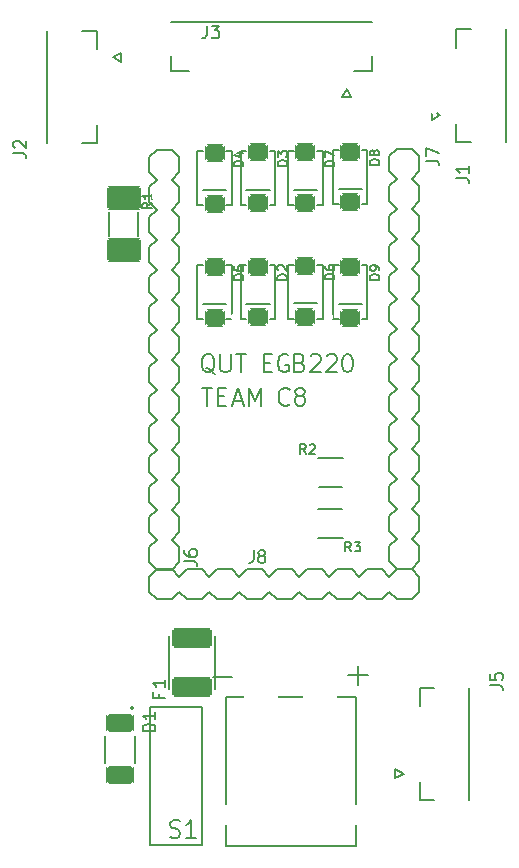
<source format=gbr>
G04 --- HEADER BEGIN --- *
G04 #@! TF.GenerationSoftware,LibrePCB,LibrePCB,1.1.0*
G04 #@! TF.CreationDate,2024-04-23T21:01:02*
G04 #@! TF.ProjectId,motherboard (Version 1),d5d7f40e-06e5-483f-b774-8957b2c1e08f,version_2*
G04 #@! TF.Part,Single*
G04 #@! TF.SameCoordinates*
G04 #@! TF.FileFunction,Legend,Top*
G04 #@! TF.FilePolarity,Positive*
%FSLAX66Y66*%
%MOMM*%
G01*
G75*
G04 --- HEADER END --- *
G04 --- APERTURE LIST BEGIN --- *
%ADD10C,0.2032*%
%ADD11C,0.1524*%
%ADD12C,0.127*%
%ADD13C,0.2*%
%ADD14C,0.15*%
%ADD15C,0.1905*%
%ADD16C,0.1778*%
%ADD17C,2.0828*%
%AMROUNDEDRECT18*20,1,1.4732,-0.735,0.0,0.735,0.0,0.0*20,1,1.27,-0.8366,0.0,0.8366,0.0,0.0*1,1,0.2032,-0.735,0.635*1,1,0.2032,0.735,0.635*1,1,0.2032,0.735,-0.635*1,1,0.2032,-0.735,-0.635*%
%ADD18ROUNDEDRECT18*%
%AMROUNDEDRECT19*20,1,2.0032,-1.35,0.0,1.35,0.0,90.0*20,1,1.8,-1.4516,0.0,1.4516,0.0,90.0*1,1,0.2032,-0.9,-1.35*1,1,0.2032,-0.9,1.35*1,1,0.2032,0.9,1.35*1,1,0.2032,0.9,-1.35*%
%ADD19ROUNDEDRECT19*%
%AMROUNDEDRECT20*20,1,1.7032,-1.6,0.0,1.6,0.0,0.0*20,1,1.5,-1.7016,0.0,1.7016,0.0,0.0*1,1,0.2032,-1.6,0.75*1,1,0.2032,1.6,0.75*1,1,0.2032,1.6,-0.75*1,1,0.2032,-1.6,-0.75*%
%ADD20ROUNDEDRECT20*%
%ADD21C,0.01*%
%ADD22C,1.7112*%
%ADD23C,2.8282*%
%AMROUNDEDRECT24*20,1,1.6032,-1.05,0.0,1.05,0.0,0.0*20,1,1.4,-1.1516,0.0,1.1516,0.0,0.0*1,1,0.2032,-1.05,0.7*1,1,0.2032,1.05,0.7*1,1,0.2032,1.05,-0.7*1,1,0.2032,-1.05,-0.7*%
%ADD24ROUNDEDRECT24*%
%AMROUNDEDRECT25*20,1,2.0032,-1.35,0.0,1.35,0.0,0.0*20,1,1.8,-1.4516,0.0,1.4516,0.0,0.0*1,1,0.2032,-1.35,0.9*1,1,0.2032,1.35,0.9*1,1,0.2032,1.35,-0.9*1,1,0.2032,-1.35,-0.9*%
%ADD25ROUNDEDRECT25*%
%ADD26C,0.5532*%
%ADD27C,0.7032*%
%ADD28C,1.2032*%
G04 --- APERTURE LIST END --- *
G04 --- BOARD BEGIN --- *
D10*
G04 #@! TO.C,J6*
X13065000Y64390000D02*
X14335000Y64390000D01*
X14970000Y63755000D01*
X14970000Y62485000D01*
X14335000Y61850000D01*
X14970000Y61215000D01*
X14970000Y59945000D01*
X14335000Y59310000D01*
X14970000Y58675000D01*
X14970000Y57405000D01*
X14335000Y56770000D01*
X14970000Y56135000D01*
X14970000Y54865000D01*
X14335000Y54230000D01*
X14970000Y53595000D01*
X14970000Y52325000D01*
X14335000Y51690000D01*
X14970000Y51055000D01*
X14970000Y49785000D01*
X14335000Y49150000D01*
X14970000Y48515000D01*
X14970000Y47245000D01*
X14335000Y46610000D01*
X14970000Y45975000D01*
X14970000Y44705000D01*
X14335000Y44070000D01*
X14970000Y43435000D01*
X14970000Y42165000D01*
X14335000Y41530000D01*
X14970000Y40895000D01*
X14970000Y39625000D01*
X14335000Y38990000D01*
X14970000Y38355000D01*
X14970000Y37085000D01*
X14335000Y36450000D01*
X14970000Y35815000D01*
X14970000Y34545000D01*
X14335000Y33910000D01*
X14970000Y33275000D01*
X14970000Y32005000D01*
X14335000Y31370000D01*
X14970000Y30735000D01*
X14970000Y29465000D01*
X14335000Y28830000D01*
X13065000Y28830000D01*
X12430000Y29465000D01*
X12430000Y30735000D01*
X13065000Y31370000D01*
X12430000Y32005000D01*
X12430000Y33275000D01*
X13065000Y33910000D01*
X12430000Y34545000D01*
X12430000Y35815000D01*
X13065000Y36450000D01*
X12430000Y37085000D01*
X12430000Y38355000D01*
X13065000Y38990000D01*
X12430000Y39625000D01*
X12430000Y40895000D01*
X13065000Y41530000D01*
X12430000Y42165000D01*
X12430000Y43435000D01*
X13065000Y44070000D01*
X12430000Y44705000D01*
X12430000Y45975000D01*
X13065000Y46610000D01*
X12430000Y47245000D01*
X12430000Y48515000D01*
X13065000Y49150000D01*
X12430000Y49785000D01*
X12430000Y51055000D01*
X13065000Y51690000D01*
X12430000Y52325000D01*
X12430000Y53595000D01*
X13065000Y54230000D01*
X12430000Y54865000D01*
X12430000Y56135000D01*
X13065000Y56770000D01*
X12430000Y57405000D01*
X12430000Y58675000D01*
X13065000Y59310000D01*
X12430000Y59945000D01*
X12430000Y61215000D01*
X13065000Y61850000D01*
X12430000Y62485000D01*
X12430000Y63755000D01*
X13065000Y64390000D01*
G04 #@! TO.C,D7*
X26640000Y64310000D02*
X27090000Y64310000D01*
X27090000Y59710000D01*
X26640000Y59710000D01*
X24640000Y59710000D02*
X24190000Y59710000D01*
X24190000Y64310000D01*
X24640000Y64310000D01*
X26640000Y61010000D02*
X24640000Y61010000D01*
G04 #@! TO.C,D2*
X22620000Y54640000D02*
X23070000Y54640000D01*
X23070000Y50040000D01*
X22620000Y50040000D01*
X20620000Y50040000D02*
X20170000Y50040000D01*
X20170000Y54640000D01*
X20620000Y54640000D01*
X22620000Y51340000D02*
X20620000Y51340000D01*
D11*
G04 #@! TO.C,R3*
X28752000Y33995000D02*
X26734000Y33995000D01*
X28777000Y31505000D02*
X26723000Y31505000D01*
D12*
G04 #@! TO.C,F1*
X17953500Y18685000D02*
X17953500Y23235000D01*
X14126500Y23235000D02*
X14126500Y18685000D01*
D10*
G04 #@! TO.C,J7*
X34635000Y28910000D02*
X33365000Y28910000D01*
X32730000Y29545000D01*
X32730000Y30815000D01*
X33365000Y31450000D01*
X32730000Y32085000D01*
X32730000Y33355000D01*
X33365000Y33990000D01*
X32730000Y34625000D01*
X32730000Y35895000D01*
X33365000Y36530000D01*
X32730000Y37165000D01*
X32730000Y38435000D01*
X33365000Y39070000D01*
X32730000Y39705000D01*
X32730000Y40975000D01*
X33365000Y41610000D01*
X32730000Y42245000D01*
X32730000Y43515000D01*
X33365000Y44150000D01*
X32730000Y44785000D01*
X32730000Y46055000D01*
X33365000Y46690000D01*
X32730000Y47325000D01*
X32730000Y48595000D01*
X33365000Y49230000D01*
X32730000Y49865000D01*
X32730000Y51135000D01*
X33365000Y51770000D01*
X32730000Y52405000D01*
X32730000Y53675000D01*
X33365000Y54310000D01*
X32730000Y54945000D01*
X32730000Y56215000D01*
X33365000Y56850000D01*
X32730000Y57485000D01*
X32730000Y58755000D01*
X33365000Y59390000D01*
X32730000Y60025000D01*
X32730000Y61295000D01*
X33365000Y61930000D01*
X32730000Y62565000D01*
X32730000Y63835000D01*
X33365000Y64470000D01*
X34635000Y64470000D01*
X35270000Y63835000D01*
X35270000Y62565000D01*
X34635000Y61930000D01*
X35270000Y61295000D01*
X35270000Y60025000D01*
X34635000Y59390000D01*
X35270000Y58755000D01*
X35270000Y57485000D01*
X34635000Y56850000D01*
X35270000Y56215000D01*
X35270000Y54945000D01*
X34635000Y54310000D01*
X35270000Y53675000D01*
X35270000Y52405000D01*
X34635000Y51770000D01*
X35270000Y51135000D01*
X35270000Y49865000D01*
X34635000Y49230000D01*
X35270000Y48595000D01*
X35270000Y47325000D01*
X34635000Y46690000D01*
X35270000Y46055000D01*
X35270000Y44785000D01*
X34635000Y44150000D01*
X35270000Y43515000D01*
X35270000Y42245000D01*
X34635000Y41610000D01*
X35270000Y40975000D01*
X35270000Y39705000D01*
X34635000Y39070000D01*
X35270000Y38435000D01*
X35270000Y37165000D01*
X34635000Y36530000D01*
X35270000Y35895000D01*
X35270000Y34625000D01*
X34635000Y33990000D01*
X35270000Y33355000D01*
X35270000Y32085000D01*
X34635000Y31450000D01*
X35270000Y30815000D01*
X35270000Y29545000D01*
X34635000Y28910000D01*
G04 #@! TO.C,D4*
X18940000Y64260000D02*
X19390000Y64260000D01*
X19390000Y59660000D01*
X18940000Y59660000D01*
X16940000Y59660000D02*
X16490000Y59660000D01*
X16490000Y64260000D01*
X16940000Y64260000D01*
X18940000Y60960000D02*
X16940000Y60960000D01*
D12*
G04 #@! TO.C,J1*
X36365000Y66910000D02*
X37065000Y67310000D01*
X36365000Y67710000D01*
X36365000Y66910000D01*
X42620000Y65060000D02*
X42620000Y74560000D01*
X38420000Y73030000D02*
X38420000Y74560000D01*
X39670000Y74560000D01*
X39670000Y65060000D02*
X38420000Y65060000D01*
X38420000Y66590000D01*
G04 #@! TO.C,J3*
X31240000Y72280000D02*
X31240000Y71030000D01*
X29710000Y71030000D01*
X29517000Y68848000D02*
X29117000Y69548000D01*
X28717000Y68848000D01*
X29517000Y68848000D01*
X15770000Y71030000D02*
X14240000Y71030000D01*
X14240000Y72280000D01*
X31240000Y75230000D02*
X14240000Y75230000D01*
G04 #@! TO.C,J2*
X10035000Y72590000D02*
X9335000Y72190000D01*
X10035000Y71790000D01*
X10035000Y72590000D01*
X3780000Y74440000D02*
X3780000Y64940000D01*
X7980000Y66470000D02*
X7980000Y64940000D01*
X6730000Y64940000D01*
X6730000Y74440000D02*
X7980000Y74440000D01*
X7980000Y72910000D01*
D10*
G04 #@! TO.C,D3*
X22640000Y64310000D02*
X23090000Y64310000D01*
X23090000Y59710000D01*
X22640000Y59710000D01*
X20640000Y59710000D02*
X20190000Y59710000D01*
X20190000Y64310000D01*
X20640000Y64310000D01*
X22640000Y61010000D02*
X20640000Y61010000D01*
G04 #@! TO.C,J8*
X12410000Y26965000D02*
X12410000Y28235000D01*
X13045000Y28870000D01*
X14315000Y28870000D01*
X14950000Y28235000D01*
X15585000Y28870000D01*
X16855000Y28870000D01*
X17490000Y28235000D01*
X18125000Y28870000D01*
X19395000Y28870000D01*
X20030000Y28235000D01*
X20665000Y28870000D01*
X21935000Y28870000D01*
X22570000Y28235000D01*
X23205000Y28870000D01*
X24475000Y28870000D01*
X25110000Y28235000D01*
X25745000Y28870000D01*
X27015000Y28870000D01*
X27650000Y28235000D01*
X28285000Y28870000D01*
X29555000Y28870000D01*
X30190000Y28235000D01*
X30825000Y28870000D01*
X32095000Y28870000D01*
X32730000Y28235000D01*
X33365000Y28870000D01*
X34635000Y28870000D01*
X35270000Y28235000D01*
X35270000Y26965000D01*
X34635000Y26330000D01*
X33365000Y26330000D01*
X32730000Y26965000D01*
X32095000Y26330000D01*
X30825000Y26330000D01*
X30190000Y26965000D01*
X29555000Y26330000D01*
X28285000Y26330000D01*
X27650000Y26965000D01*
X27015000Y26330000D01*
X25745000Y26330000D01*
X25110000Y26965000D01*
X24475000Y26330000D01*
X23205000Y26330000D01*
X22570000Y26965000D01*
X21935000Y26330000D01*
X20665000Y26330000D01*
X20030000Y26965000D01*
X19395000Y26330000D01*
X18125000Y26330000D01*
X17490000Y26965000D01*
X16855000Y26330000D01*
X15585000Y26330000D01*
X14950000Y26965000D01*
X14315000Y26330000D01*
X13045000Y26330000D01*
X12410000Y26965000D01*
G04 #@! TO.C,D9*
X30440000Y54610000D02*
X30890000Y54610000D01*
X30890000Y50010000D01*
X30440000Y50010000D01*
X28440000Y50010000D02*
X27990000Y50010000D01*
X27990000Y54610000D01*
X28440000Y54610000D01*
X30440000Y51310000D02*
X28440000Y51310000D01*
D12*
G04 #@! TO.C,J5*
X33245000Y11150000D02*
X33945000Y11550000D01*
X33245000Y11950000D01*
X33245000Y11150000D01*
X39500000Y9300000D02*
X39500000Y18800000D01*
X35300000Y17270000D02*
X35300000Y18800000D01*
X36550000Y18800000D01*
X36550000Y9300000D02*
X35300000Y9300000D01*
X35300000Y10830000D01*
D11*
G04 #@! TO.C,J4*
X18900000Y5390000D02*
X29900000Y5390000D01*
X29900000Y18060000D01*
X18900000Y18060000D01*
X18900000Y5390000D01*
D10*
X17813362Y19739819D02*
X19459000Y19739819D01*
X29270362Y19866819D02*
X30916000Y19866819D01*
X30093181Y19044000D02*
X30093181Y20689638D01*
G04 #@! TO.C,D8*
X30440000Y64360000D02*
X30890000Y64360000D01*
X30890000Y59760000D01*
X30440000Y59760000D01*
X28440000Y59760000D02*
X27990000Y59760000D01*
X27990000Y64360000D01*
X28440000Y64360000D01*
X30440000Y61060000D02*
X28440000Y61060000D01*
G04 #@! TO.C,S1*
X12505000Y5535000D02*
X16855000Y5535000D01*
X16855000Y17165000D01*
X12505000Y17165000D01*
X12505000Y5535000D01*
D11*
G04 #@! TO.C,R2*
X26748000Y35825000D02*
X28766000Y35825000D01*
X26723000Y38315000D02*
X28777000Y38315000D01*
D10*
G04 #@! TO.C,D5*
X18940000Y54610000D02*
X19390000Y54610000D01*
X19390000Y50010000D01*
X18940000Y50010000D01*
X16940000Y50010000D02*
X16490000Y50010000D01*
X16490000Y54610000D01*
X16940000Y54610000D01*
X18940000Y51310000D02*
X16940000Y51310000D01*
G04 #@! TO.C,D6*
X26640000Y54660000D02*
X27090000Y54660000D01*
X27090000Y50060000D01*
X26640000Y50060000D01*
X24640000Y50060000D02*
X24190000Y50060000D01*
X24190000Y54660000D01*
X24640000Y54660000D01*
X26640000Y51360000D02*
X24640000Y51360000D01*
D12*
G04 #@! TO.C,D1*
X8700000Y12420000D02*
X8700000Y14780000D01*
X11200000Y14780000D02*
X11200000Y12420000D01*
D13*
X11050000Y17100000D02*
G02*
X10850000Y17100000I-100000J0D01*
G01*
G02*
X11050000Y17100000I100000J0D01*
G01*
D11*
G04 #@! TO.C,R1*
X9005000Y59112000D02*
X9005000Y57094000D01*
X11495000Y59137000D02*
X11495000Y57083000D01*
D14*
G04 #@! TD*
X17979740Y45392341D02*
X17835327Y45464547D01*
X17690914Y45608961D01*
X17475973Y45823901D01*
X17331560Y45896108D01*
X17187147Y45896108D01*
X17259354Y45536754D02*
X17116620Y45608961D01*
X16972207Y45753374D01*
X16900000Y46040521D01*
X16900000Y46544287D01*
X16972207Y46831434D01*
X17116620Y46975847D01*
X17259354Y47048054D01*
X17548180Y47048054D01*
X17690914Y46975847D01*
X17835327Y46831434D01*
X17907533Y46544287D01*
X17907533Y46040521D01*
X17835327Y45753374D01*
X17690914Y45608961D01*
X17548180Y45536754D01*
X17259354Y45536754D01*
X18432000Y47048054D02*
X18432000Y45823901D01*
X18504207Y45681167D01*
X18576413Y45608961D01*
X18719147Y45536754D01*
X19007973Y45536754D01*
X19152386Y45608961D01*
X19222914Y45681167D01*
X19295120Y45823901D01*
X19295120Y47048054D01*
X19747380Y47048054D02*
X20610500Y47048054D01*
X20178940Y45536754D02*
X20178940Y47048054D01*
X22119539Y46327668D02*
X22623306Y46327668D01*
X22839925Y45536754D02*
X22119539Y45536754D01*
X22119539Y47048054D01*
X22839925Y47048054D01*
X24155305Y46975847D02*
X24012571Y47048054D01*
X23795952Y47048054D01*
X23579332Y46975847D01*
X23436598Y46831434D01*
X23364392Y46688700D01*
X23292185Y46399874D01*
X23292185Y46184934D01*
X23364392Y45896108D01*
X23436598Y45753374D01*
X23579332Y45608961D01*
X23795952Y45536754D01*
X23940365Y45536754D01*
X24155305Y45608961D01*
X24227512Y45681167D01*
X24227512Y46184934D01*
X23940365Y46184934D01*
X25183539Y46327668D02*
X25400158Y46257140D01*
X25470686Y46184934D01*
X25542892Y46040521D01*
X25542892Y45823901D01*
X25470686Y45681167D01*
X25400158Y45608961D01*
X25255745Y45536754D01*
X24679772Y45536754D01*
X24679772Y47048054D01*
X25183539Y47048054D01*
X25327952Y46975847D01*
X25400158Y46903641D01*
X25470686Y46760907D01*
X25470686Y46616494D01*
X25400158Y46472081D01*
X25327952Y46399874D01*
X25183539Y46327668D01*
X24679772Y46327668D01*
X26067359Y46903641D02*
X26139565Y46975847D01*
X26282299Y47048054D01*
X26643332Y47048054D01*
X26786066Y46975847D01*
X26858272Y46903641D01*
X26930479Y46760907D01*
X26930479Y46616494D01*
X26858272Y46399874D01*
X25995152Y45536754D01*
X26930479Y45536754D01*
X27454946Y46903641D02*
X27527152Y46975847D01*
X27669886Y47048054D01*
X28030919Y47048054D01*
X28173653Y46975847D01*
X28245859Y46903641D01*
X28318066Y46760907D01*
X28318066Y46616494D01*
X28245859Y46399874D01*
X27382739Y45536754D01*
X28318066Y45536754D01*
X29129680Y47048054D02*
X29274093Y47048054D01*
X29418506Y46975847D01*
X29490712Y46903641D01*
X29561240Y46760907D01*
X29633446Y46472081D01*
X29633446Y46112727D01*
X29561240Y45823901D01*
X29490712Y45681167D01*
X29418506Y45608961D01*
X29274093Y45536754D01*
X29129680Y45536754D01*
X28986946Y45608961D01*
X28914739Y45681167D01*
X28842533Y45823901D01*
X28770326Y46112727D01*
X28770326Y46472081D01*
X28842533Y46760907D01*
X28914739Y46903641D01*
X28986946Y46975847D01*
X29129680Y47048054D01*
X16900000Y44211300D02*
X17763120Y44211300D01*
X17331560Y42700000D02*
X17331560Y44211300D01*
X18215380Y43490914D02*
X18719147Y43490914D01*
X18935766Y42700000D02*
X18215380Y42700000D01*
X18215380Y44211300D01*
X18935766Y44211300D01*
X19532439Y43131560D02*
X20251146Y43131560D01*
X19388026Y42700000D02*
X19891793Y44211300D01*
X20395559Y42700000D01*
X20847819Y42700000D02*
X20847819Y44211300D01*
X21351586Y43131560D01*
X21855352Y44211300D01*
X21855352Y42700000D01*
X24299718Y42844413D02*
X24227511Y42772207D01*
X24012571Y42700000D01*
X23868158Y42700000D01*
X23651538Y42772207D01*
X23508804Y42916620D01*
X23436598Y43059354D01*
X23364391Y43348180D01*
X23364391Y43563120D01*
X23436598Y43851946D01*
X23508804Y43994680D01*
X23651538Y44139093D01*
X23868158Y44211300D01*
X24012571Y44211300D01*
X24227511Y44139093D01*
X24299718Y44066887D01*
X25039125Y43563120D02*
X24896391Y43635327D01*
X24824185Y43707533D01*
X24751978Y43851946D01*
X24751978Y43924153D01*
X24824185Y44066887D01*
X24896391Y44139093D01*
X25039125Y44211300D01*
X25327951Y44211300D01*
X25472364Y44139093D01*
X25542892Y44066887D01*
X25615098Y43924153D01*
X25615098Y43851946D01*
X25542892Y43707533D01*
X25472364Y43635327D01*
X25327951Y43563120D01*
X25039125Y43563120D01*
X24896391Y43490914D01*
X24824185Y43420386D01*
X24751978Y43275973D01*
X24751978Y42987147D01*
X24824185Y42844413D01*
X24896391Y42772207D01*
X25039125Y42700000D01*
X25327951Y42700000D01*
X25472364Y42772207D01*
X25542892Y42844413D01*
X25615098Y42987147D01*
X25615098Y43275973D01*
X25542892Y43420386D01*
X25472364Y43490914D01*
X25327951Y43563120D01*
G04 #@! TO.C,J6*
X15391700Y29565209D02*
X16162943Y29565209D01*
X16316472Y29513633D01*
X16419624Y29410481D01*
X16471200Y29256952D01*
X16471200Y29153800D01*
X15391700Y30445671D02*
X15391700Y30239366D01*
X15443276Y30136214D01*
X15494852Y30085837D01*
X15648381Y29982685D01*
X15854686Y29931109D01*
X16266095Y29931109D01*
X16368048Y29982685D01*
X16419624Y30034261D01*
X16471200Y30136214D01*
X16471200Y30342518D01*
X16419624Y30445671D01*
X16368048Y30496047D01*
X16266095Y30547623D01*
X16008214Y30547623D01*
X15906262Y30496047D01*
X15854686Y30445671D01*
X15803109Y30342518D01*
X15803109Y30136214D01*
X15854686Y30034261D01*
X15906262Y29982685D01*
X16008214Y29931109D01*
G04 #@! TO.C,D7*
X28091000Y62995778D02*
X27291000Y62995778D01*
X27291000Y63186000D01*
X27329222Y63300667D01*
X27405667Y63377111D01*
X27481222Y63414445D01*
X27634111Y63452667D01*
X27747889Y63452667D01*
X27900778Y63414445D01*
X27976333Y63377111D01*
X28052778Y63300667D01*
X28091000Y63186000D01*
X28091000Y62995778D01*
X27291000Y63762667D02*
X27291000Y64296000D01*
X28091000Y63952889D01*
G04 #@! TO.C,D2*
X24071000Y53364000D02*
X23271000Y53364000D01*
X23271000Y53554222D01*
X23309222Y53668889D01*
X23385667Y53745333D01*
X23461222Y53782667D01*
X23614111Y53820889D01*
X23727889Y53820889D01*
X23880778Y53782667D01*
X23956333Y53745333D01*
X24032778Y53668889D01*
X24071000Y53554222D01*
X24071000Y53364000D01*
X23347444Y54169111D02*
X23309222Y54207333D01*
X23271000Y54282889D01*
X23271000Y54474000D01*
X23309222Y54549556D01*
X23347444Y54587778D01*
X23423000Y54626000D01*
X23499444Y54626000D01*
X23614111Y54587778D01*
X24071000Y54130889D01*
X24071000Y54626000D01*
G04 #@! TO.C,R3*
X29484889Y30362500D02*
X29218222Y30743833D01*
X29028000Y30362500D02*
X29028000Y31162500D01*
X29332889Y31162500D01*
X29409333Y31124278D01*
X29446667Y31086056D01*
X29484889Y31010500D01*
X29484889Y30895833D01*
X29446667Y30819389D01*
X29409333Y30781167D01*
X29332889Y30743833D01*
X29028000Y30743833D01*
X29794889Y31162500D02*
X30290000Y31162500D01*
X30023333Y30857611D01*
X30138000Y30857611D01*
X30213556Y30819389D01*
X30251778Y30781167D01*
X30290000Y30705611D01*
X30290000Y30514500D01*
X30251778Y30438944D01*
X30213556Y30400722D01*
X30138000Y30362500D01*
X29909556Y30362500D01*
X29833111Y30400722D01*
X29794889Y30438944D01*
D15*
G04 #@! TO.C,F1*
X13225062Y18319833D02*
X13225062Y17960000D01*
X13790000Y17960000D02*
X12710500Y17960000D01*
X12710500Y18474562D01*
X13790000Y19497476D02*
X13790000Y18880962D01*
X13790000Y19189219D02*
X12710500Y19189219D01*
X12865228Y19086067D01*
X12967181Y18984114D01*
X13018757Y18880962D01*
D14*
G04 #@! TO.C,J7*
X35828800Y63460633D02*
X36600043Y63460633D01*
X36753572Y63409057D01*
X36856724Y63305905D01*
X36908300Y63152376D01*
X36908300Y63049224D01*
X35828800Y63826533D02*
X35828800Y64546200D01*
X36908300Y64083214D01*
G04 #@! TO.C,D4*
X20391000Y62984000D02*
X19591000Y62984000D01*
X19591000Y63174222D01*
X19629222Y63288889D01*
X19705667Y63365333D01*
X19781222Y63402667D01*
X19934111Y63440889D01*
X20047889Y63440889D01*
X20200778Y63402667D01*
X20276333Y63365333D01*
X20352778Y63288889D01*
X20391000Y63174222D01*
X20391000Y62984000D01*
X19857667Y64132222D02*
X20391000Y64132222D01*
X19552778Y63941111D02*
X20124333Y63750889D01*
X20124333Y64246000D01*
D15*
G04 #@! TO.C,J1*
X38400000Y62007087D02*
X39171243Y62007087D01*
X39324772Y61955511D01*
X39427924Y61852359D01*
X39479500Y61698830D01*
X39479500Y61595678D01*
X39479500Y63030001D02*
X39479500Y62413487D01*
X39479500Y62721744D02*
X38400000Y62721744D01*
X38554728Y62618592D01*
X38656681Y62516639D01*
X38708257Y62413487D01*
G04 #@! TO.C,J3*
X17286409Y74889500D02*
X17286409Y74118257D01*
X17234833Y73964728D01*
X17131681Y73861576D01*
X16978152Y73810000D01*
X16875000Y73810000D01*
X17692809Y74889500D02*
X18360900Y74889500D01*
X18001066Y74478091D01*
X18155795Y74478091D01*
X18257747Y74426514D01*
X18309323Y74374938D01*
X18360900Y74272986D01*
X18360900Y74015105D01*
X18309323Y73913152D01*
X18257747Y73861576D01*
X18155795Y73810000D01*
X17847537Y73810000D01*
X17744385Y73861576D01*
X17692809Y73913152D01*
G04 #@! TO.C,J2*
X920500Y64081409D02*
X1691743Y64081409D01*
X1845272Y64029833D01*
X1948424Y63926681D01*
X2000000Y63773152D01*
X2000000Y63670000D01*
X1023652Y64539385D02*
X972076Y64590961D01*
X920500Y64692914D01*
X920500Y64950795D01*
X972076Y65052747D01*
X1023652Y65104323D01*
X1125605Y65155900D01*
X1228757Y65155900D01*
X1383486Y65104323D01*
X2000000Y64487809D01*
X2000000Y65155900D01*
D14*
G04 #@! TO.C,D3*
X24091000Y63034000D02*
X23291000Y63034000D01*
X23291000Y63224222D01*
X23329222Y63338889D01*
X23405667Y63415333D01*
X23481222Y63452667D01*
X23634111Y63490889D01*
X23747889Y63490889D01*
X23900778Y63452667D01*
X23976333Y63415333D01*
X24052778Y63338889D01*
X24091000Y63224222D01*
X24091000Y63034000D01*
X23291000Y63800889D02*
X23291000Y64296000D01*
X23595889Y64029333D01*
X23595889Y64144000D01*
X23634111Y64219556D01*
X23672333Y64257778D01*
X23747889Y64296000D01*
X23939000Y64296000D01*
X24014556Y64257778D01*
X24052778Y64219556D01*
X24091000Y64144000D01*
X24091000Y63915556D01*
X24052778Y63839111D01*
X24014556Y63800889D01*
G04 #@! TO.C,J8*
X21263787Y30471200D02*
X21263787Y29699957D01*
X21212211Y29546428D01*
X21109059Y29443276D01*
X20955530Y29391700D01*
X20852378Y29391700D01*
X21834792Y30008214D02*
X21732839Y30059791D01*
X21681263Y30111367D01*
X21629687Y30214519D01*
X21629687Y30266095D01*
X21681263Y30368048D01*
X21732839Y30419624D01*
X21834792Y30471200D01*
X22041096Y30471200D01*
X22144249Y30419624D01*
X22194625Y30368048D01*
X22246201Y30266095D01*
X22246201Y30214519D01*
X22194625Y30111367D01*
X22144249Y30059791D01*
X22041096Y30008214D01*
X21834792Y30008214D01*
X21732839Y29956638D01*
X21681263Y29906262D01*
X21629687Y29803109D01*
X21629687Y29596805D01*
X21681263Y29494852D01*
X21732839Y29443276D01*
X21834792Y29391700D01*
X22041096Y29391700D01*
X22144249Y29443276D01*
X22194625Y29494852D01*
X22246201Y29596805D01*
X22246201Y29803109D01*
X22194625Y29906262D01*
X22144249Y29956638D01*
X22041096Y30008214D01*
G04 #@! TO.C,D9*
X31891000Y53372222D02*
X31091000Y53372222D01*
X31091000Y53562444D01*
X31129222Y53677111D01*
X31205667Y53753555D01*
X31281222Y53790889D01*
X31434111Y53829111D01*
X31547889Y53829111D01*
X31700778Y53790889D01*
X31776333Y53753555D01*
X31852778Y53677111D01*
X31891000Y53562444D01*
X31891000Y53372222D01*
X31891000Y54215555D02*
X31891000Y54367555D01*
X31852778Y54444000D01*
X31814556Y54482222D01*
X31700778Y54557778D01*
X31547889Y54596000D01*
X31243000Y54596000D01*
X31167444Y54557778D01*
X31129222Y54520444D01*
X31091000Y54444000D01*
X31091000Y54291111D01*
X31129222Y54215555D01*
X31167444Y54177333D01*
X31243000Y54139111D01*
X31434111Y54139111D01*
X31509667Y54177333D01*
X31547889Y54215555D01*
X31586111Y54291111D01*
X31586111Y54444000D01*
X31547889Y54520444D01*
X31509667Y54557778D01*
X31434111Y54596000D01*
D15*
G04 #@! TO.C,J5*
X41280000Y19047087D02*
X42051243Y19047087D01*
X42204772Y18995511D01*
X42307924Y18892359D01*
X42359500Y18738830D01*
X42359500Y18635678D01*
X41280000Y20018425D02*
X41280000Y19505063D01*
X41794562Y19453487D01*
X41742986Y19505063D01*
X41691409Y19608215D01*
X41691409Y19864896D01*
X41742986Y19968049D01*
X41794562Y20018425D01*
X41896514Y20070001D01*
X42154395Y20070001D01*
X42256348Y20018425D01*
X42307924Y19968049D01*
X42359500Y19864896D01*
X42359500Y19608215D01*
X42307924Y19505063D01*
X42256348Y19453487D01*
D14*
G04 #@! TO.C,D8*
X31891000Y63122222D02*
X31091000Y63122222D01*
X31091000Y63312444D01*
X31129222Y63427111D01*
X31205667Y63503555D01*
X31281222Y63540889D01*
X31434111Y63579111D01*
X31547889Y63579111D01*
X31700778Y63540889D01*
X31776333Y63503555D01*
X31852778Y63427111D01*
X31891000Y63312444D01*
X31891000Y63122222D01*
X31434111Y64041111D02*
X31395889Y63965555D01*
X31357667Y63927333D01*
X31281222Y63889111D01*
X31243000Y63889111D01*
X31167444Y63927333D01*
X31129222Y63965555D01*
X31091000Y64041111D01*
X31091000Y64194000D01*
X31129222Y64270444D01*
X31167444Y64307778D01*
X31243000Y64346000D01*
X31281222Y64346000D01*
X31357667Y64307778D01*
X31395889Y64270444D01*
X31434111Y64194000D01*
X31434111Y64041111D01*
X31472333Y63965555D01*
X31509667Y63927333D01*
X31586111Y63889111D01*
X31739000Y63889111D01*
X31814556Y63927333D01*
X31852778Y63965555D01*
X31891000Y64041111D01*
X31891000Y64194000D01*
X31852778Y64270444D01*
X31814556Y64307778D01*
X31739000Y64346000D01*
X31586111Y64346000D01*
X31509667Y64307778D01*
X31472333Y64270444D01*
X31434111Y64194000D01*
D16*
G04 #@! TO.C,S1*
X14183700Y6190907D02*
X14400320Y6118700D01*
X14759673Y6118700D01*
X14904086Y6190907D01*
X14974614Y6263113D01*
X15046820Y6405847D01*
X15046820Y6550260D01*
X14974614Y6694673D01*
X14904086Y6766880D01*
X14759673Y6839086D01*
X14470847Y6909614D01*
X14328113Y6981820D01*
X14255907Y7054027D01*
X14183700Y7198440D01*
X14183700Y7342853D01*
X14255907Y7485587D01*
X14328113Y7557793D01*
X14470847Y7630000D01*
X14831880Y7630000D01*
X15046820Y7557793D01*
X16390000Y6118700D02*
X15526880Y6118700D01*
X15958440Y6118700D02*
X15958440Y7630000D01*
X15814027Y7413380D01*
X15671293Y7270646D01*
X15526880Y7198440D01*
D14*
G04 #@! TO.C,R2*
X25666889Y38657500D02*
X25400222Y39038833D01*
X25210000Y38657500D02*
X25210000Y39457500D01*
X25514889Y39457500D01*
X25591333Y39419278D01*
X25628667Y39381056D01*
X25666889Y39305500D01*
X25666889Y39190833D01*
X25628667Y39114389D01*
X25591333Y39076167D01*
X25514889Y39038833D01*
X25210000Y39038833D01*
X26015111Y39381056D02*
X26053333Y39419278D01*
X26128889Y39457500D01*
X26320000Y39457500D01*
X26395556Y39419278D01*
X26433778Y39381056D01*
X26472000Y39305500D01*
X26472000Y39229056D01*
X26433778Y39114389D01*
X25976889Y38657500D01*
X26472000Y38657500D01*
G04 #@! TO.C,D5*
X20391000Y53372222D02*
X19591000Y53372222D01*
X19591000Y53562444D01*
X19629222Y53677111D01*
X19705667Y53753555D01*
X19781222Y53790889D01*
X19934111Y53829111D01*
X20047889Y53829111D01*
X20200778Y53790889D01*
X20276333Y53753555D01*
X20352778Y53677111D01*
X20391000Y53562444D01*
X20391000Y53372222D01*
X19591000Y54557778D02*
X19591000Y54177333D01*
X19972333Y54139111D01*
X19934111Y54177333D01*
X19895889Y54253778D01*
X19895889Y54444000D01*
X19934111Y54520444D01*
X19972333Y54557778D01*
X20047889Y54596000D01*
X20239000Y54596000D01*
X20314556Y54557778D01*
X20352778Y54520444D01*
X20391000Y54444000D01*
X20391000Y54253778D01*
X20352778Y54177333D01*
X20314556Y54139111D01*
G04 #@! TO.C,D6*
X28091000Y53422222D02*
X27291000Y53422222D01*
X27291000Y53612444D01*
X27329222Y53727111D01*
X27405667Y53803555D01*
X27481222Y53840889D01*
X27634111Y53879111D01*
X27747889Y53879111D01*
X27900778Y53840889D01*
X27976333Y53803555D01*
X28052778Y53727111D01*
X28091000Y53612444D01*
X28091000Y53422222D01*
X27291000Y54570444D02*
X27291000Y54417555D01*
X27329222Y54341111D01*
X27367444Y54303778D01*
X27481222Y54227333D01*
X27634111Y54189111D01*
X27939000Y54189111D01*
X28014556Y54227333D01*
X28052778Y54265555D01*
X28091000Y54341111D01*
X28091000Y54494000D01*
X28052778Y54570444D01*
X28014556Y54607778D01*
X27939000Y54646000D01*
X27747889Y54646000D01*
X27672333Y54607778D01*
X27634111Y54570444D01*
X27595889Y54494000D01*
X27595889Y54341111D01*
X27634111Y54265555D01*
X27672333Y54227333D01*
X27747889Y54189111D01*
D15*
G04 #@! TO.C,D1*
X12934500Y15135572D02*
X11855000Y15135572D01*
X11855000Y15392253D01*
X11906576Y15546981D01*
X12009728Y15650134D01*
X12111681Y15700510D01*
X12317986Y15752086D01*
X12471514Y15752086D01*
X12677819Y15700510D01*
X12779772Y15650134D01*
X12882924Y15546981D01*
X12934500Y15392253D01*
X12934500Y15135572D01*
X12934500Y16775000D02*
X12934500Y16158486D01*
X12934500Y16466743D02*
X11855000Y16466743D01*
X12009728Y16363591D01*
X12111681Y16261638D01*
X12163257Y16158486D01*
D14*
G04 #@! TO.C,R1*
X12637500Y59883111D02*
X12256167Y59616444D01*
X12637500Y59426222D02*
X11837500Y59426222D01*
X11837500Y59731111D01*
X11875722Y59807555D01*
X11913944Y59844889D01*
X11989500Y59883111D01*
X12104167Y59883111D01*
X12180611Y59844889D01*
X12218833Y59807555D01*
X12256167Y59731111D01*
X12256167Y59426222D01*
X12637500Y60650000D02*
X12637500Y60193111D01*
X12637500Y60421555D02*
X11837500Y60421555D01*
X11952167Y60345111D01*
X12027722Y60269555D01*
X12065944Y60193111D01*
%LPC*%
D17*
G04 #@! TO.C,J6*
X13700000Y55500000D03*
X13700000Y58040000D03*
X13700000Y63120000D03*
X13700000Y52960000D03*
X13700000Y32640000D03*
X13700000Y35180000D03*
X13700000Y40260000D03*
X13700000Y45340000D03*
X13700000Y30100000D03*
X13700000Y50420000D03*
X13700000Y60580000D03*
X13700000Y37720000D03*
X13700000Y47880000D03*
X13700000Y42800000D03*
D18*
G04 #@! TO.C,D7*
X25640000Y59860000D03*
X25640000Y64160000D03*
G04 #@! TO.C,D2*
X21620000Y50190000D03*
X21620000Y54490000D03*
D19*
G04 #@! TO.C,R3*
X25550000Y32750000D03*
X29950000Y32750000D03*
D20*
G04 #@! TO.C,F1*
X16040000Y18860000D03*
X16040000Y23060000D03*
D17*
G04 #@! TO.C,J7*
X34000000Y37800000D03*
X34000000Y35260000D03*
X34000000Y30180000D03*
X34000000Y40340000D03*
X34000000Y60660000D03*
X34000000Y58120000D03*
X34000000Y53040000D03*
X34000000Y47960000D03*
X34000000Y63200000D03*
X34000000Y42880000D03*
X34000000Y32720000D03*
X34000000Y55580000D03*
X34000000Y45420000D03*
X34000000Y50500000D03*
D18*
G04 #@! TO.C,D4*
X17940000Y59810000D03*
X17940000Y64110000D03*
D21*
G04 #@! TO.C,J1*
G36*
X38093800Y71536200D02*
X38093800Y70583800D01*
X39446200Y70583800D01*
X39446200Y71536200D01*
X38093800Y71536200D01*
G37*
G36*
X39913800Y74936200D02*
X39913800Y73483800D01*
X42216200Y73483800D01*
X42216200Y74936200D01*
X39913800Y74936200D01*
G37*
G36*
X38093800Y72786200D02*
X38093800Y71833800D01*
X39446200Y71833800D01*
X39446200Y72786200D01*
X38093800Y72786200D01*
G37*
G36*
X38093800Y70286200D02*
X38093800Y69333800D01*
X39446200Y69333800D01*
X39446200Y70286200D01*
X38093800Y70286200D01*
G37*
G36*
X39913800Y66136200D02*
X39913800Y64683800D01*
X42216200Y64683800D01*
X42216200Y66136200D01*
X39913800Y66136200D01*
G37*
G36*
X38093800Y69036200D02*
X38093800Y68083800D01*
X39446200Y68083800D01*
X39446200Y69036200D01*
X38093800Y69036200D01*
G37*
G36*
X38093800Y67786200D02*
X38093800Y66833800D01*
X39446200Y66833800D01*
X39446200Y67786200D01*
X38093800Y67786200D01*
G37*
G04 #@! TO.C,J3*
G36*
X24763800Y70703800D02*
X25716200Y70703800D01*
X25716200Y72056200D01*
X24763800Y72056200D01*
X24763800Y70703800D01*
G37*
G36*
X23513800Y70703800D02*
X24466200Y70703800D01*
X24466200Y72056200D01*
X23513800Y72056200D01*
X23513800Y70703800D01*
G37*
G36*
X28513800Y70703800D02*
X29466200Y70703800D01*
X29466200Y72056200D01*
X28513800Y72056200D01*
X28513800Y70703800D01*
G37*
G36*
X19763800Y70703800D02*
X20716200Y70703800D01*
X20716200Y72056200D01*
X19763800Y72056200D01*
X19763800Y70703800D01*
G37*
G36*
X17263800Y70703800D02*
X18216200Y70703800D01*
X18216200Y72056200D01*
X17263800Y72056200D01*
X17263800Y70703800D01*
G37*
G36*
X21013800Y70703800D02*
X21966200Y70703800D01*
X21966200Y72056200D01*
X21013800Y72056200D01*
X21013800Y70703800D01*
G37*
G36*
X13863800Y72523800D02*
X15316200Y72523800D01*
X15316200Y74826200D01*
X13863800Y74826200D01*
X13863800Y72523800D01*
G37*
G36*
X18513800Y70703800D02*
X19466200Y70703800D01*
X19466200Y72056200D01*
X18513800Y72056200D01*
X18513800Y70703800D01*
G37*
G36*
X27263800Y70703800D02*
X28216200Y70703800D01*
X28216200Y72056200D01*
X27263800Y72056200D01*
X27263800Y70703800D01*
G37*
G36*
X26013800Y70703800D02*
X26966200Y70703800D01*
X26966200Y72056200D01*
X26013800Y72056200D01*
X26013800Y70703800D01*
G37*
G36*
X22263800Y70703800D02*
X23216200Y70703800D01*
X23216200Y72056200D01*
X22263800Y72056200D01*
X22263800Y70703800D01*
G37*
G36*
X30163800Y72523800D02*
X31616200Y72523800D01*
X31616200Y74826200D01*
X30163800Y74826200D01*
X30163800Y72523800D01*
G37*
G36*
X16013800Y70703800D02*
X16966200Y70703800D01*
X16966200Y72056200D01*
X16013800Y72056200D01*
X16013800Y70703800D01*
G37*
G04 #@! TO.C,J2*
G36*
X8306200Y67963800D02*
X8306200Y68916200D01*
X6953800Y68916200D01*
X6953800Y67963800D01*
X8306200Y67963800D01*
G37*
G36*
X6486200Y64563800D02*
X6486200Y66016200D01*
X4183800Y66016200D01*
X4183800Y64563800D01*
X6486200Y64563800D01*
G37*
G36*
X8306200Y66713800D02*
X8306200Y67666200D01*
X6953800Y67666200D01*
X6953800Y66713800D01*
X8306200Y66713800D01*
G37*
G36*
X8306200Y69213800D02*
X8306200Y70166200D01*
X6953800Y70166200D01*
X6953800Y69213800D01*
X8306200Y69213800D01*
G37*
G36*
X6486200Y73363800D02*
X6486200Y74816200D01*
X4183800Y74816200D01*
X4183800Y73363800D01*
X6486200Y73363800D01*
G37*
G36*
X8306200Y70463800D02*
X8306200Y71416200D01*
X6953800Y71416200D01*
X6953800Y70463800D01*
X8306200Y70463800D01*
G37*
G36*
X8306200Y71713800D02*
X8306200Y72666200D01*
X6953800Y72666200D01*
X6953800Y71713800D01*
X8306200Y71713800D01*
G37*
D18*
G04 #@! TO.C,D3*
X21640000Y59860000D03*
X21640000Y64160000D03*
D17*
G04 #@! TO.C,J8*
X23840000Y27600000D03*
X31460000Y27600000D03*
X28920000Y27600000D03*
X21300000Y27600000D03*
X34000000Y27600000D03*
X26380000Y27600000D03*
X18760000Y27600000D03*
X16220000Y27600000D03*
X13680000Y27600000D03*
D18*
G04 #@! TO.C,D9*
X29440000Y50160000D03*
X29440000Y54460000D03*
D21*
G04 #@! TO.C,J5*
G36*
X34973800Y15776200D02*
X34973800Y14823800D01*
X36326200Y14823800D01*
X36326200Y15776200D01*
X34973800Y15776200D01*
G37*
G36*
X36793800Y19176200D02*
X36793800Y17723800D01*
X39096200Y17723800D01*
X39096200Y19176200D01*
X36793800Y19176200D01*
G37*
G36*
X34973800Y17026200D02*
X34973800Y16073800D01*
X36326200Y16073800D01*
X36326200Y17026200D01*
X34973800Y17026200D01*
G37*
G36*
X34973800Y14526200D02*
X34973800Y13573800D01*
X36326200Y13573800D01*
X36326200Y14526200D01*
X34973800Y14526200D01*
G37*
G36*
X36793800Y10376200D02*
X36793800Y8923800D01*
X39096200Y8923800D01*
X39096200Y10376200D01*
X36793800Y10376200D01*
G37*
G36*
X34973800Y13276200D02*
X34973800Y12323800D01*
X36326200Y12323800D01*
X36326200Y13276200D01*
X34973800Y13276200D01*
G37*
G36*
X34973800Y12026200D02*
X34973800Y11073800D01*
X36326200Y11073800D01*
X36326200Y12026200D01*
X34973800Y12026200D01*
G37*
D22*
G04 #@! TO.C,J4*
X29900000Y8060000D03*
X18900000Y8060000D03*
D23*
X21900000Y18060000D03*
X26900000Y18060000D03*
D18*
G04 #@! TO.C,D8*
X29440000Y59910000D03*
X29440000Y64210000D03*
D17*
G04 #@! TO.C,S1*
X14680000Y11350000D03*
X14680000Y13890000D03*
X14680000Y8810000D03*
D19*
G04 #@! TO.C,R2*
X29950000Y37070000D03*
X25550000Y37070000D03*
D18*
G04 #@! TO.C,D5*
X17940000Y50160000D03*
X17940000Y54460000D03*
G04 #@! TO.C,D6*
X25640000Y50210000D03*
X25640000Y54510000D03*
D24*
G04 #@! TO.C,D1*
X9950000Y15800000D03*
X9950000Y11400000D03*
D25*
G04 #@! TO.C,R1*
X10250000Y55910000D03*
X10250000Y60310000D03*
D26*
G04 #@! TD*
X22700000Y73300000D03*
D27*
X9800000Y68200000D03*
X29400000Y57400000D03*
D26*
X40800000Y14200000D03*
D27*
X24000000Y69400000D03*
X19000000Y69400000D03*
X17700000Y69400000D03*
D26*
X29300000Y66900000D03*
D27*
X21500000Y69400000D03*
X17900000Y57000000D03*
X20200000Y69400000D03*
D26*
X36800000Y75200000D03*
X9800000Y75100000D03*
D27*
X21600000Y57100000D03*
X10400000Y64600000D03*
X32700000Y11600000D03*
X25200000Y69400000D03*
D26*
X22400000Y32800000D03*
D27*
X22700000Y69400000D03*
X27600000Y50200000D03*
X19700000Y50200000D03*
X36500000Y67700000D03*
X36600000Y72200000D03*
X25600000Y57400000D03*
X26500000Y69400000D03*
X16600000Y69400000D03*
D28*
X33700000Y73800000D03*
X9200000Y22800000D03*
X35800000Y22800000D03*
X11700000Y73800000D03*
G04 --- BOARD END --- *
G04 #@! TF.MD5,9be1ee2df84327fa4f2b1e579a750d90*
M02*

</source>
